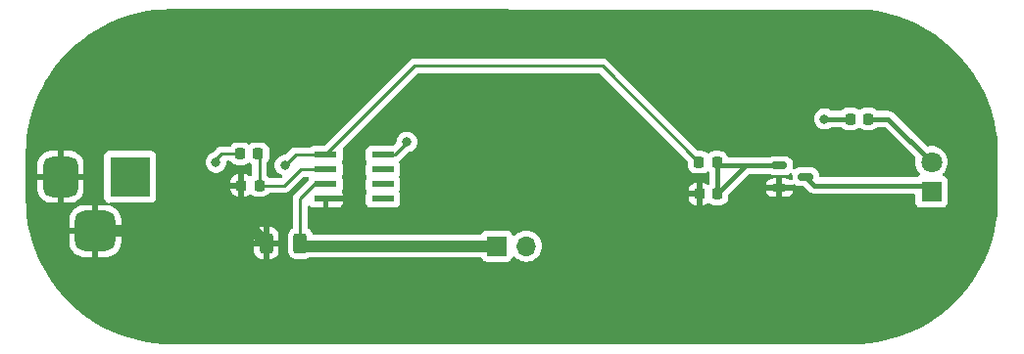
<source format=gbr>
%TF.GenerationSoftware,KiCad,Pcbnew,7.0.10*%
%TF.CreationDate,2024-11-23T21:13:02-08:00*%
%TF.ProjectId,charging-base rev1,63686172-6769-46e6-972d-626173652072,rev?*%
%TF.SameCoordinates,Original*%
%TF.FileFunction,Copper,L1,Top*%
%TF.FilePolarity,Positive*%
%FSLAX46Y46*%
G04 Gerber Fmt 4.6, Leading zero omitted, Abs format (unit mm)*
G04 Created by KiCad (PCBNEW 7.0.10) date 2024-11-23 21:13:02*
%MOMM*%
%LPD*%
G01*
G04 APERTURE LIST*
G04 Aperture macros list*
%AMRoundRect*
0 Rectangle with rounded corners*
0 $1 Rounding radius*
0 $2 $3 $4 $5 $6 $7 $8 $9 X,Y pos of 4 corners*
0 Add a 4 corners polygon primitive as box body*
4,1,4,$2,$3,$4,$5,$6,$7,$8,$9,$2,$3,0*
0 Add four circle primitives for the rounded corners*
1,1,$1+$1,$2,$3*
1,1,$1+$1,$4,$5*
1,1,$1+$1,$6,$7*
1,1,$1+$1,$8,$9*
0 Add four rect primitives between the rounded corners*
20,1,$1+$1,$2,$3,$4,$5,0*
20,1,$1+$1,$4,$5,$6,$7,0*
20,1,$1+$1,$6,$7,$8,$9,0*
20,1,$1+$1,$8,$9,$2,$3,0*%
G04 Aperture macros list end*
%TA.AperFunction,SMDPad,CuDef*%
%ADD10RoundRect,0.250000X-0.312500X-0.625000X0.312500X-0.625000X0.312500X0.625000X-0.312500X0.625000X0*%
%TD*%
%TA.AperFunction,SMDPad,CuDef*%
%ADD11RoundRect,0.225000X0.225000X0.250000X-0.225000X0.250000X-0.225000X-0.250000X0.225000X-0.250000X0*%
%TD*%
%TA.AperFunction,ComponentPad*%
%ADD12R,1.700000X1.700000*%
%TD*%
%TA.AperFunction,ComponentPad*%
%ADD13O,1.700000X1.700000*%
%TD*%
%TA.AperFunction,ComponentPad*%
%ADD14R,3.500000X3.500000*%
%TD*%
%TA.AperFunction,ComponentPad*%
%ADD15RoundRect,0.750000X-0.750000X-1.000000X0.750000X-1.000000X0.750000X1.000000X-0.750000X1.000000X0*%
%TD*%
%TA.AperFunction,ComponentPad*%
%ADD16RoundRect,0.875000X-0.875000X-0.875000X0.875000X-0.875000X0.875000X0.875000X-0.875000X0.875000X0*%
%TD*%
%TA.AperFunction,ComponentPad*%
%ADD17R,1.800000X1.800000*%
%TD*%
%TA.AperFunction,ComponentPad*%
%ADD18C,1.800000*%
%TD*%
%TA.AperFunction,SMDPad,CuDef*%
%ADD19RoundRect,0.225000X-0.225000X-0.250000X0.225000X-0.250000X0.225000X0.250000X-0.225000X0.250000X0*%
%TD*%
%TA.AperFunction,SMDPad,CuDef*%
%ADD20R,1.970000X0.570000*%
%TD*%
%TA.AperFunction,SMDPad,CuDef*%
%ADD21RoundRect,0.150000X-0.512500X-0.150000X0.512500X-0.150000X0.512500X0.150000X-0.512500X0.150000X0*%
%TD*%
%TA.AperFunction,ViaPad*%
%ADD22C,0.800000*%
%TD*%
%TA.AperFunction,Conductor*%
%ADD23C,0.381000*%
%TD*%
%TA.AperFunction,Conductor*%
%ADD24C,0.250000*%
%TD*%
%TA.AperFunction,Conductor*%
%ADD25C,1.016000*%
%TD*%
%TA.AperFunction,Conductor*%
%ADD26C,0.254000*%
%TD*%
G04 APERTURE END LIST*
D10*
%TO.P,R3,1*%
%TO.N,GND*%
X128787500Y-105750000D03*
%TO.P,R3,2*%
%TO.N,Net-(J2-Pin_1)*%
X131712500Y-105750000D03*
%TD*%
D11*
%TO.P,R4,1*%
%TO.N,Net-(Q1-G)*%
X167750000Y-101500000D03*
%TO.P,R4,2*%
%TO.N,GND*%
X166200000Y-101500000D03*
%TD*%
D12*
%TO.P,J2,1,Pin_1*%
%TO.N,Net-(J2-Pin_1)*%
X148710000Y-106000000D03*
D13*
%TO.P,J2,2,Pin_2*%
%TO.N,+VDC*%
X151250000Y-106000000D03*
%TD*%
D11*
%TO.P,R2,1*%
%TO.N,Net-(U1A--)*%
X128075000Y-98000000D03*
%TO.P,R2,2*%
%TO.N,/output-voltage*%
X126525000Y-98000000D03*
%TD*%
D14*
%TO.P,J1,1*%
%TO.N,+VDC*%
X117000000Y-100000000D03*
D15*
%TO.P,J1,2*%
%TO.N,GND*%
X111000000Y-100000000D03*
D16*
%TO.P,J1,3*%
X114000000Y-104700000D03*
%TD*%
D17*
%TO.P,D1,1,K*%
%TO.N,Net-(D1-K)*%
X186250000Y-101274999D03*
D18*
%TO.P,D1,2,A*%
%TO.N,Net-(D1-A)*%
X186250000Y-98734999D03*
%TD*%
D11*
%TO.P,R6,1*%
%TO.N,Net-(D1-A)*%
X180775000Y-95000000D03*
%TO.P,R6,2*%
%TO.N,+VDC*%
X179225000Y-95000000D03*
%TD*%
%TO.P,R1,1*%
%TO.N,Net-(U1A--)*%
X128167500Y-100750000D03*
%TO.P,R1,2*%
%TO.N,GND*%
X126617500Y-100750000D03*
%TD*%
D19*
%TO.P,R5,1*%
%TO.N,/output-voltage*%
X166175000Y-98750000D03*
%TO.P,R5,2*%
%TO.N,Net-(Q1-G)*%
X167725000Y-98750000D03*
%TD*%
D20*
%TO.P,U1,1*%
%TO.N,/output-voltage*%
X133917500Y-98095000D03*
%TO.P,U1,2,-*%
%TO.N,Net-(U1A--)*%
X133917500Y-99365000D03*
%TO.P,U1,3,+*%
%TO.N,Net-(J2-Pin_1)*%
X133917500Y-100635000D03*
%TO.P,U1,4,V-*%
%TO.N,GND*%
X133917500Y-101905000D03*
%TO.P,U1,5,+*%
%TO.N,unconnected-(U1B-+-Pad5)*%
X138867500Y-101905000D03*
%TO.P,U1,6,-*%
%TO.N,unconnected-(U1B---Pad6)*%
X138867500Y-100635000D03*
%TO.P,U1,7*%
%TO.N,unconnected-(U1-Pad7)*%
X138867500Y-99365000D03*
%TO.P,U1,8,V+*%
%TO.N,+VDC*%
X138867500Y-98095000D03*
%TD*%
D21*
%TO.P,Q1,1,D*%
%TO.N,Net-(D1-K)*%
X175387500Y-100000000D03*
%TO.P,Q1,2,G*%
%TO.N,Net-(Q1-G)*%
X173112500Y-99050000D03*
%TO.P,Q1,3,S*%
%TO.N,GND*%
X173112500Y-100950000D03*
%TD*%
D22*
%TO.N,+VDC*%
X140917500Y-97000000D03*
X177000000Y-95000000D03*
%TO.N,/output-voltage*%
X130400000Y-99000000D03*
X124417500Y-98750000D03*
%TD*%
D23*
%TO.N,Net-(D1-K)*%
X175387500Y-100000000D02*
X176137500Y-100750000D01*
X185725001Y-100750000D02*
X186250000Y-101274999D01*
X176137500Y-100750000D02*
X185725001Y-100750000D01*
%TO.N,Net-(D1-A)*%
X180775000Y-95000000D02*
X182515001Y-95000000D01*
X182515001Y-95000000D02*
X186250000Y-98734999D01*
%TO.N,+VDC*%
X179225000Y-95000000D02*
X177000000Y-95000000D01*
D24*
X140917500Y-97082500D02*
X139905000Y-98095000D01*
X139905000Y-98095000D02*
X138867500Y-98095000D01*
X140917500Y-97000000D02*
X140917500Y-97082500D01*
D25*
%TO.N,GND*%
X128787500Y-105750000D02*
X127737500Y-104700000D01*
X127737500Y-104700000D02*
X114000000Y-104700000D01*
%TO.N,Net-(J2-Pin_1)*%
X131962500Y-106000000D02*
X131712500Y-105750000D01*
X148710000Y-106000000D02*
X131962500Y-106000000D01*
D24*
X133917500Y-100635000D02*
X132965000Y-100635000D01*
X131712500Y-101887500D02*
X131712500Y-105750000D01*
X132965000Y-100635000D02*
X131712500Y-101887500D01*
D23*
%TO.N,Net-(Q1-G)*%
X167750000Y-98775000D02*
X167725000Y-98750000D01*
X170200000Y-99050000D02*
X167750000Y-101500000D01*
X173112500Y-99050000D02*
X170200000Y-99050000D01*
X167750000Y-101500000D02*
X167750000Y-98775000D01*
X168025000Y-99050000D02*
X173112500Y-99050000D01*
X167725000Y-98750000D02*
X168025000Y-99050000D01*
D26*
%TO.N,Net-(U1A--)*%
X130350000Y-100750000D02*
X128167500Y-100750000D01*
X131735000Y-99365000D02*
X130350000Y-100750000D01*
X133917500Y-99365000D02*
X131735000Y-99365000D01*
X128167500Y-98092500D02*
X128167500Y-100750000D01*
X128075000Y-98000000D02*
X128167500Y-98092500D01*
%TO.N,/output-voltage*%
X131305000Y-98095000D02*
X133917500Y-98095000D01*
X141600000Y-90400000D02*
X157825000Y-90400000D01*
X124417500Y-98500000D02*
X124917500Y-98000000D01*
X124917500Y-98000000D02*
X126525000Y-98000000D01*
X130400000Y-99000000D02*
X131305000Y-98095000D01*
X157825000Y-90400000D02*
X166175000Y-98750000D01*
X133917500Y-98095000D02*
X133917500Y-98082500D01*
X133917500Y-98082500D02*
X141600000Y-90400000D01*
%TD*%
%TA.AperFunction,Conductor*%
%TO.N,GND*%
G36*
X179424495Y-85508489D02*
G01*
X179424632Y-85508500D01*
X179433054Y-85508500D01*
X179497545Y-85508500D01*
X179498313Y-85508500D01*
X179501671Y-85508545D01*
X180172932Y-85526729D01*
X180179623Y-85527092D01*
X180847229Y-85581454D01*
X180853884Y-85582177D01*
X181517608Y-85672607D01*
X181524180Y-85673685D01*
X182181999Y-85799910D01*
X182188539Y-85801349D01*
X182838591Y-85963009D01*
X182845029Y-85964797D01*
X183485355Y-86161408D01*
X183491685Y-86163540D01*
X184120441Y-86394533D01*
X184126656Y-86397010D01*
X184741971Y-86661699D01*
X184748045Y-86664509D01*
X185133882Y-86855867D01*
X185348121Y-86962120D01*
X185354022Y-86965248D01*
X185937150Y-87294934D01*
X185942861Y-87298371D01*
X186507257Y-87659126D01*
X186512775Y-87662867D01*
X186842872Y-87899976D01*
X187056805Y-88053644D01*
X187062151Y-88057708D01*
X187584194Y-88477337D01*
X187589313Y-88481684D01*
X188087908Y-88928994D01*
X188092783Y-88933613D01*
X188566385Y-89407215D01*
X188571004Y-89412090D01*
X189018314Y-89910685D01*
X189022661Y-89915804D01*
X189442290Y-90437847D01*
X189446354Y-90443193D01*
X189683137Y-90772836D01*
X189837126Y-90987215D01*
X189840878Y-90992750D01*
X190135985Y-91454441D01*
X190201622Y-91557129D01*
X190205084Y-91562883D01*
X190534733Y-92145944D01*
X190537879Y-92151877D01*
X190835484Y-92751943D01*
X190838304Y-92758038D01*
X191102984Y-93373330D01*
X191105470Y-93379569D01*
X191336453Y-94008296D01*
X191338597Y-94014660D01*
X191535197Y-94654953D01*
X191536994Y-94661424D01*
X191698648Y-95311450D01*
X191700091Y-95318009D01*
X191826308Y-95975791D01*
X191827395Y-95982418D01*
X191917820Y-96646103D01*
X191918546Y-96652779D01*
X191972906Y-97320368D01*
X191973270Y-97327074D01*
X191991455Y-97998338D01*
X191991500Y-98001696D01*
X191991500Y-101998303D01*
X191991455Y-102001661D01*
X191973270Y-102672925D01*
X191972906Y-102679631D01*
X191918546Y-103347220D01*
X191917820Y-103353896D01*
X191827396Y-104017581D01*
X191826309Y-104024208D01*
X191700091Y-104681990D01*
X191698648Y-104688549D01*
X191536994Y-105338575D01*
X191535197Y-105345046D01*
X191338597Y-105985339D01*
X191336453Y-105991703D01*
X191105470Y-106620430D01*
X191102984Y-106626669D01*
X190838304Y-107241961D01*
X190835484Y-107248056D01*
X190537879Y-107848122D01*
X190534733Y-107854055D01*
X190205084Y-108437116D01*
X190201622Y-108442870D01*
X189840895Y-109007223D01*
X189837126Y-109012782D01*
X189446346Y-109556818D01*
X189442282Y-109562164D01*
X189022661Y-110084195D01*
X189018314Y-110089314D01*
X188571005Y-110587909D01*
X188566386Y-110592784D01*
X188092784Y-111066386D01*
X188087909Y-111071005D01*
X187589314Y-111518314D01*
X187584195Y-111522661D01*
X187062164Y-111942282D01*
X187056818Y-111946346D01*
X186512782Y-112337126D01*
X186507223Y-112340895D01*
X185942870Y-112701622D01*
X185937116Y-112705084D01*
X185354055Y-113034733D01*
X185348122Y-113037879D01*
X184748056Y-113335484D01*
X184741961Y-113338304D01*
X184126669Y-113602984D01*
X184120430Y-113605470D01*
X183491703Y-113836453D01*
X183485339Y-113838597D01*
X182845046Y-114035197D01*
X182838575Y-114036994D01*
X182188549Y-114198648D01*
X182181990Y-114200091D01*
X181524208Y-114326309D01*
X181517581Y-114327396D01*
X180853896Y-114417820D01*
X180847220Y-114418546D01*
X180179631Y-114472906D01*
X180172925Y-114473270D01*
X179501661Y-114491455D01*
X179498303Y-114491500D01*
X120501698Y-114491500D01*
X120498340Y-114491455D01*
X119827075Y-114473270D01*
X119820369Y-114472906D01*
X119152780Y-114418546D01*
X119146104Y-114417820D01*
X118482419Y-114327396D01*
X118475792Y-114326309D01*
X117818010Y-114200091D01*
X117811451Y-114198648D01*
X117161425Y-114036994D01*
X117154954Y-114035197D01*
X116514661Y-113838597D01*
X116508297Y-113836453D01*
X115879570Y-113605470D01*
X115873331Y-113602984D01*
X115258039Y-113338305D01*
X115251944Y-113335485D01*
X114651878Y-113037879D01*
X114645964Y-113034744D01*
X114062860Y-112705072D01*
X114057130Y-112701623D01*
X113492776Y-112340895D01*
X113492751Y-112340878D01*
X113487216Y-112337126D01*
X113273271Y-112183450D01*
X112943194Y-111946355D01*
X112937848Y-111942291D01*
X112415805Y-111522662D01*
X112410686Y-111518315D01*
X111912091Y-111071005D01*
X111907216Y-111066386D01*
X111433614Y-110592784D01*
X111428995Y-110587909D01*
X110981685Y-110089314D01*
X110977338Y-110084195D01*
X110557709Y-109562152D01*
X110553645Y-109556806D01*
X110399664Y-109342439D01*
X110162867Y-109012776D01*
X110159126Y-109007258D01*
X109798372Y-108442863D01*
X109794915Y-108437116D01*
X109465266Y-107854055D01*
X109462120Y-107848122D01*
X109217881Y-107355659D01*
X109164510Y-107248046D01*
X109161695Y-107241961D01*
X109146890Y-107207544D01*
X108897010Y-106626657D01*
X108894529Y-106620430D01*
X108860498Y-106527799D01*
X108663540Y-105991686D01*
X108661408Y-105985356D01*
X108464797Y-105345030D01*
X108463009Y-105338592D01*
X108301349Y-104688540D01*
X108299908Y-104681990D01*
X108296636Y-104664936D01*
X108255393Y-104450000D01*
X111750000Y-104450000D01*
X112566314Y-104450000D01*
X112540507Y-104490156D01*
X112500000Y-104628111D01*
X112500000Y-104771889D01*
X112540507Y-104909844D01*
X112566314Y-104950000D01*
X111750001Y-104950000D01*
X111750001Y-105668588D01*
X111752794Y-105721191D01*
X111797237Y-105950987D01*
X111879879Y-106169975D01*
X111998339Y-106371841D01*
X111998344Y-106371848D01*
X112149211Y-106550786D01*
X112149213Y-106550788D01*
X112328151Y-106701655D01*
X112328158Y-106701660D01*
X112530024Y-106820120D01*
X112749012Y-106902762D01*
X112978809Y-106947205D01*
X113031382Y-106949998D01*
X113031421Y-106949999D01*
X113749999Y-106949999D01*
X113750000Y-106949998D01*
X113750000Y-105200000D01*
X114250000Y-105200000D01*
X114250000Y-106949999D01*
X114968576Y-106949999D01*
X114968588Y-106949998D01*
X115021191Y-106947205D01*
X115250987Y-106902762D01*
X115469975Y-106820120D01*
X115671841Y-106701660D01*
X115671848Y-106701655D01*
X115850786Y-106550788D01*
X115850788Y-106550786D01*
X116001655Y-106371848D01*
X116001660Y-106371841D01*
X116120120Y-106169975D01*
X116184265Y-106000000D01*
X127725001Y-106000000D01*
X127725001Y-106424986D01*
X127735494Y-106527697D01*
X127790641Y-106694119D01*
X127790643Y-106694124D01*
X127882684Y-106843345D01*
X128006654Y-106967315D01*
X128155875Y-107059356D01*
X128155880Y-107059358D01*
X128322302Y-107114505D01*
X128322309Y-107114506D01*
X128425019Y-107124999D01*
X128537499Y-107124999D01*
X128537500Y-107124998D01*
X128537500Y-106000000D01*
X129037500Y-106000000D01*
X129037500Y-107124999D01*
X129149972Y-107124999D01*
X129149986Y-107124998D01*
X129252697Y-107114505D01*
X129419119Y-107059358D01*
X129419124Y-107059356D01*
X129568345Y-106967315D01*
X129692315Y-106843345D01*
X129784356Y-106694124D01*
X129784358Y-106694119D01*
X129839505Y-106527697D01*
X129839506Y-106527690D01*
X129849999Y-106424986D01*
X129850000Y-106424973D01*
X129850000Y-106000000D01*
X129037500Y-106000000D01*
X128537500Y-106000000D01*
X127725001Y-106000000D01*
X116184265Y-106000000D01*
X116202762Y-105950987D01*
X116247205Y-105721191D01*
X116247205Y-105721190D01*
X116249998Y-105668617D01*
X116250000Y-105668578D01*
X116250000Y-105500000D01*
X127725000Y-105500000D01*
X128537500Y-105500000D01*
X128537500Y-104375000D01*
X129037500Y-104375000D01*
X129037500Y-105500000D01*
X129849999Y-105500000D01*
X129849999Y-105075028D01*
X129849998Y-105075013D01*
X129839505Y-104972302D01*
X129784358Y-104805880D01*
X129784356Y-104805875D01*
X129692315Y-104656654D01*
X129568345Y-104532684D01*
X129419124Y-104440643D01*
X129419119Y-104440641D01*
X129252697Y-104385494D01*
X129252690Y-104385493D01*
X129149986Y-104375000D01*
X129037500Y-104375000D01*
X128537500Y-104375000D01*
X128425027Y-104375000D01*
X128425012Y-104375001D01*
X128322302Y-104385494D01*
X128155880Y-104440641D01*
X128155875Y-104440643D01*
X128006654Y-104532684D01*
X127882684Y-104656654D01*
X127790643Y-104805875D01*
X127790641Y-104805880D01*
X127735494Y-104972302D01*
X127735493Y-104972309D01*
X127725000Y-105075013D01*
X127725000Y-105500000D01*
X116250000Y-105500000D01*
X116250000Y-104950000D01*
X115433686Y-104950000D01*
X115459493Y-104909844D01*
X115500000Y-104771889D01*
X115500000Y-104628111D01*
X115459493Y-104490156D01*
X115433686Y-104450000D01*
X116249999Y-104450000D01*
X116249999Y-103731423D01*
X116249998Y-103731411D01*
X116247205Y-103678808D01*
X116202762Y-103449012D01*
X116120120Y-103230024D01*
X116001660Y-103028158D01*
X116001655Y-103028151D01*
X115850788Y-102849213D01*
X115850786Y-102849211D01*
X115671848Y-102698344D01*
X115671841Y-102698339D01*
X115469975Y-102579879D01*
X115250984Y-102497236D01*
X115245840Y-102496241D01*
X115183760Y-102464180D01*
X115148869Y-102403646D01*
X115152244Y-102333858D01*
X115192814Y-102276973D01*
X115257697Y-102251052D01*
X115269374Y-102250499D01*
X118797872Y-102250499D01*
X118857483Y-102244091D01*
X118992331Y-102193796D01*
X119107546Y-102107546D01*
X119193796Y-101992331D01*
X119244091Y-101857483D01*
X119250500Y-101797873D01*
X119250500Y-101000000D01*
X125667501Y-101000000D01*
X125667501Y-101048322D01*
X125677644Y-101147607D01*
X125730952Y-101308481D01*
X125730957Y-101308492D01*
X125819924Y-101452728D01*
X125819927Y-101452732D01*
X125939767Y-101572572D01*
X125939771Y-101572575D01*
X126084007Y-101661542D01*
X126084018Y-101661547D01*
X126244893Y-101714855D01*
X126344183Y-101724999D01*
X126367500Y-101724998D01*
X126367500Y-101000000D01*
X125667501Y-101000000D01*
X119250500Y-101000000D01*
X119250500Y-100500000D01*
X125667500Y-100500000D01*
X126367500Y-100500000D01*
X126367500Y-99774999D01*
X126344193Y-99775000D01*
X126344174Y-99775001D01*
X126244892Y-99785144D01*
X126084018Y-99838452D01*
X126084007Y-99838457D01*
X125939771Y-99927424D01*
X125939767Y-99927427D01*
X125819927Y-100047267D01*
X125819924Y-100047271D01*
X125730957Y-100191507D01*
X125730952Y-100191518D01*
X125677644Y-100352393D01*
X125667500Y-100451677D01*
X125667500Y-100500000D01*
X119250500Y-100500000D01*
X119250499Y-98750000D01*
X123512040Y-98750000D01*
X123531826Y-98938256D01*
X123531827Y-98938259D01*
X123590318Y-99118277D01*
X123590321Y-99118284D01*
X123684967Y-99282216D01*
X123794484Y-99403847D01*
X123811629Y-99422888D01*
X123964765Y-99534148D01*
X123964770Y-99534151D01*
X124137692Y-99611142D01*
X124137697Y-99611144D01*
X124322854Y-99650500D01*
X124322855Y-99650500D01*
X124512144Y-99650500D01*
X124512146Y-99650500D01*
X124697303Y-99611144D01*
X124870230Y-99534151D01*
X125023371Y-99422888D01*
X125150033Y-99282216D01*
X125244679Y-99118284D01*
X125303174Y-98938256D01*
X125322960Y-98750000D01*
X125322959Y-98749998D01*
X125323639Y-98743537D01*
X125325248Y-98743706D01*
X125342645Y-98684461D01*
X125395449Y-98638706D01*
X125446960Y-98627500D01*
X125611229Y-98627500D01*
X125678268Y-98647185D01*
X125716767Y-98686402D01*
X125727031Y-98703043D01*
X125846955Y-98822967D01*
X125846959Y-98822970D01*
X125991294Y-98911998D01*
X125991297Y-98911999D01*
X125991303Y-98912003D01*
X126152292Y-98965349D01*
X126251655Y-98975500D01*
X126798344Y-98975499D01*
X126798352Y-98975498D01*
X126798355Y-98975498D01*
X126852760Y-98969940D01*
X126897708Y-98965349D01*
X127058697Y-98912003D01*
X127203044Y-98822968D01*
X127212319Y-98813693D01*
X127273642Y-98780208D01*
X127343334Y-98785192D01*
X127387681Y-98813693D01*
X127396956Y-98822968D01*
X127481099Y-98874868D01*
X127527821Y-98926814D01*
X127540000Y-98980405D01*
X127540000Y-99827034D01*
X127520315Y-99894073D01*
X127492912Y-99924299D01*
X127489455Y-99927032D01*
X127479824Y-99936663D01*
X127418500Y-99970146D01*
X127348808Y-99965159D01*
X127304465Y-99936660D01*
X127295232Y-99927427D01*
X127295228Y-99927424D01*
X127150992Y-99838457D01*
X127150981Y-99838452D01*
X126990106Y-99785144D01*
X126890822Y-99775000D01*
X126867500Y-99775000D01*
X126867500Y-101724999D01*
X126890808Y-101724999D01*
X126890822Y-101724998D01*
X126990107Y-101714855D01*
X127150981Y-101661547D01*
X127150992Y-101661542D01*
X127295231Y-101572573D01*
X127304459Y-101563345D01*
X127365779Y-101529856D01*
X127435471Y-101534835D01*
X127479827Y-101563339D01*
X127489455Y-101572967D01*
X127489459Y-101572970D01*
X127633794Y-101661998D01*
X127633797Y-101661999D01*
X127633803Y-101662003D01*
X127794792Y-101715349D01*
X127894155Y-101725500D01*
X128440844Y-101725499D01*
X128440852Y-101725498D01*
X128440855Y-101725498D01*
X128495260Y-101719940D01*
X128540208Y-101715349D01*
X128701197Y-101662003D01*
X128845544Y-101572968D01*
X128965468Y-101453044D01*
X128975733Y-101436402D01*
X129027681Y-101389678D01*
X129081271Y-101377500D01*
X130267033Y-101377500D01*
X130282681Y-101379227D01*
X130282708Y-101378946D01*
X130290475Y-101379680D01*
X130290476Y-101379679D01*
X130290477Y-101379680D01*
X130354418Y-101377671D01*
X130357919Y-101377561D01*
X130361813Y-101377500D01*
X130389472Y-101377500D01*
X130389476Y-101377500D01*
X130393474Y-101376994D01*
X130405114Y-101376077D01*
X130448943Y-101374701D01*
X130468272Y-101369084D01*
X130487328Y-101365137D01*
X130507293Y-101362616D01*
X130548055Y-101346476D01*
X130559092Y-101342698D01*
X130601191Y-101330468D01*
X130618515Y-101320221D01*
X130635983Y-101311663D01*
X130654703Y-101304253D01*
X130690177Y-101278478D01*
X130699915Y-101272081D01*
X130737656Y-101249763D01*
X130751897Y-101235520D01*
X130766678Y-101222897D01*
X130782967Y-101211063D01*
X130810904Y-101177290D01*
X130818756Y-101168661D01*
X131958600Y-100028819D01*
X132019923Y-99995334D01*
X132046281Y-99992500D01*
X132353066Y-99992500D01*
X132420105Y-100012185D01*
X132465860Y-100064989D01*
X132475804Y-100134147D01*
X132469248Y-100159832D01*
X132438408Y-100242517D01*
X132436624Y-100250069D01*
X132434049Y-100249460D01*
X132412170Y-100302238D01*
X132403322Y-100312085D01*
X131328708Y-101386699D01*
X131316451Y-101396520D01*
X131316634Y-101396741D01*
X131310622Y-101401714D01*
X131264598Y-101450723D01*
X131261891Y-101453516D01*
X131242389Y-101473017D01*
X131242375Y-101473034D01*
X131239907Y-101476215D01*
X131232343Y-101485070D01*
X131202437Y-101516918D01*
X131202436Y-101516920D01*
X131192784Y-101534476D01*
X131182110Y-101550726D01*
X131169829Y-101566561D01*
X131169824Y-101566568D01*
X131152475Y-101606658D01*
X131147338Y-101617142D01*
X131146112Y-101619374D01*
X131126303Y-101655406D01*
X131121322Y-101674807D01*
X131115021Y-101693210D01*
X131107062Y-101711602D01*
X131107061Y-101711605D01*
X131100228Y-101754743D01*
X131097860Y-101766174D01*
X131087001Y-101808471D01*
X131087000Y-101808482D01*
X131087000Y-101828516D01*
X131085473Y-101847915D01*
X131082340Y-101867694D01*
X131082340Y-101867695D01*
X131086450Y-101911174D01*
X131087000Y-101922843D01*
X131087000Y-104367072D01*
X131067315Y-104434111D01*
X131028098Y-104472609D01*
X130968555Y-104509336D01*
X130931342Y-104532289D01*
X130807289Y-104656342D01*
X130715187Y-104805663D01*
X130715185Y-104805668D01*
X130708459Y-104825967D01*
X130660001Y-104972203D01*
X130660001Y-104972204D01*
X130660000Y-104972204D01*
X130649500Y-105074983D01*
X130649500Y-106425001D01*
X130649501Y-106425018D01*
X130660000Y-106527796D01*
X130660001Y-106527799D01*
X130715185Y-106694331D01*
X130715187Y-106694336D01*
X130750069Y-106750888D01*
X130807288Y-106843656D01*
X130931344Y-106967712D01*
X131080666Y-107059814D01*
X131247203Y-107114999D01*
X131349991Y-107125500D01*
X132075008Y-107125499D01*
X132075016Y-107125498D01*
X132075019Y-107125498D01*
X132131302Y-107119748D01*
X132177797Y-107114999D01*
X132344334Y-107059814D01*
X132378901Y-107038493D01*
X132397598Y-107026961D01*
X132462694Y-107008500D01*
X147298842Y-107008500D01*
X147365881Y-107028185D01*
X147411636Y-107080989D01*
X147415026Y-107089172D01*
X147416204Y-107092331D01*
X147416206Y-107092335D01*
X147502452Y-107207544D01*
X147502455Y-107207547D01*
X147617664Y-107293793D01*
X147617671Y-107293797D01*
X147752517Y-107344091D01*
X147752516Y-107344091D01*
X147759444Y-107344835D01*
X147812127Y-107350500D01*
X149607872Y-107350499D01*
X149667483Y-107344091D01*
X149802331Y-107293796D01*
X149917546Y-107207546D01*
X150003796Y-107092331D01*
X150052810Y-106960916D01*
X150094681Y-106904984D01*
X150160145Y-106880566D01*
X150228418Y-106895417D01*
X150256673Y-106916569D01*
X150378599Y-107038495D01*
X150475384Y-107106265D01*
X150572165Y-107174032D01*
X150572167Y-107174033D01*
X150572170Y-107174035D01*
X150786337Y-107273903D01*
X151014592Y-107335063D01*
X151191034Y-107350500D01*
X151249999Y-107355659D01*
X151250000Y-107355659D01*
X151250001Y-107355659D01*
X151308966Y-107350500D01*
X151485408Y-107335063D01*
X151713663Y-107273903D01*
X151927830Y-107174035D01*
X152121401Y-107038495D01*
X152288495Y-106871401D01*
X152424035Y-106677830D01*
X152523903Y-106463663D01*
X152585063Y-106235408D01*
X152605659Y-106000000D01*
X152585063Y-105764592D01*
X152523903Y-105536337D01*
X152424035Y-105322171D01*
X152338491Y-105200000D01*
X152288494Y-105128597D01*
X152121402Y-104961506D01*
X152121395Y-104961501D01*
X151927834Y-104825967D01*
X151927830Y-104825965D01*
X151927828Y-104825964D01*
X151713663Y-104726097D01*
X151713659Y-104726096D01*
X151713655Y-104726094D01*
X151485413Y-104664938D01*
X151485403Y-104664936D01*
X151250001Y-104644341D01*
X151249999Y-104644341D01*
X151014596Y-104664936D01*
X151014586Y-104664938D01*
X150786344Y-104726094D01*
X150786335Y-104726098D01*
X150572171Y-104825964D01*
X150572169Y-104825965D01*
X150378600Y-104961503D01*
X150256673Y-105083430D01*
X150195350Y-105116914D01*
X150125658Y-105111930D01*
X150069725Y-105070058D01*
X150052810Y-105039081D01*
X150003797Y-104907671D01*
X150003793Y-104907664D01*
X149917547Y-104792455D01*
X149917544Y-104792452D01*
X149802335Y-104706206D01*
X149802328Y-104706202D01*
X149667482Y-104655908D01*
X149667483Y-104655908D01*
X149607883Y-104649501D01*
X149607881Y-104649500D01*
X149607873Y-104649500D01*
X149607864Y-104649500D01*
X147812129Y-104649500D01*
X147812123Y-104649501D01*
X147752516Y-104655908D01*
X147617671Y-104706202D01*
X147617664Y-104706206D01*
X147502455Y-104792452D01*
X147502452Y-104792455D01*
X147416206Y-104907664D01*
X147416204Y-104907668D01*
X147415026Y-104910828D01*
X147413003Y-104913529D01*
X147411953Y-104915454D01*
X147411676Y-104915302D01*
X147373157Y-104966764D01*
X147307694Y-104991184D01*
X147298842Y-104991500D01*
X132860934Y-104991500D01*
X132793895Y-104971815D01*
X132748140Y-104919011D01*
X132743228Y-104906504D01*
X132709814Y-104805666D01*
X132617712Y-104656344D01*
X132493656Y-104532288D01*
X132396902Y-104472610D01*
X132350179Y-104420663D01*
X132338000Y-104367072D01*
X132338000Y-102602738D01*
X132357685Y-102535699D01*
X132410489Y-102489944D01*
X132479647Y-102480000D01*
X132543203Y-102509025D01*
X132561268Y-102528428D01*
X132575314Y-102547191D01*
X132690406Y-102633350D01*
X132690413Y-102633354D01*
X132825120Y-102683596D01*
X132825127Y-102683598D01*
X132884655Y-102689999D01*
X132884672Y-102690000D01*
X133667500Y-102690000D01*
X133667500Y-102155000D01*
X134167500Y-102155000D01*
X134167500Y-102690000D01*
X134950328Y-102690000D01*
X134950344Y-102689999D01*
X135009872Y-102683598D01*
X135009879Y-102683596D01*
X135144586Y-102633354D01*
X135144593Y-102633350D01*
X135259687Y-102547190D01*
X135259690Y-102547187D01*
X135345850Y-102432093D01*
X135345854Y-102432086D01*
X135396096Y-102297379D01*
X135396098Y-102297372D01*
X135402496Y-102237870D01*
X137382000Y-102237870D01*
X137382001Y-102237876D01*
X137388408Y-102297483D01*
X137438702Y-102432328D01*
X137438706Y-102432335D01*
X137524952Y-102547544D01*
X137524955Y-102547547D01*
X137640164Y-102633793D01*
X137640171Y-102633797D01*
X137775017Y-102684091D01*
X137775016Y-102684091D01*
X137781944Y-102684835D01*
X137834627Y-102690500D01*
X139900372Y-102690499D01*
X139959983Y-102684091D01*
X140094831Y-102633796D01*
X140210046Y-102547546D01*
X140296296Y-102432331D01*
X140346591Y-102297483D01*
X140353000Y-102237873D01*
X140352999Y-101750000D01*
X165250001Y-101750000D01*
X165250001Y-101798322D01*
X165260144Y-101897607D01*
X165313452Y-102058481D01*
X165313457Y-102058492D01*
X165402424Y-102202728D01*
X165402427Y-102202732D01*
X165522267Y-102322572D01*
X165522271Y-102322575D01*
X165666507Y-102411542D01*
X165666518Y-102411547D01*
X165827393Y-102464855D01*
X165926683Y-102474999D01*
X165950000Y-102474998D01*
X165950000Y-101750000D01*
X165250001Y-101750000D01*
X140352999Y-101750000D01*
X140352999Y-101572128D01*
X140347064Y-101516918D01*
X140346591Y-101512516D01*
X140296297Y-101377670D01*
X140286914Y-101365137D01*
X140271323Y-101344310D01*
X140246906Y-101278849D01*
X140253181Y-101250000D01*
X165250000Y-101250000D01*
X165950000Y-101250000D01*
X165950000Y-100524999D01*
X165926693Y-100525000D01*
X165926674Y-100525001D01*
X165827392Y-100535144D01*
X165666518Y-100588452D01*
X165666507Y-100588457D01*
X165522271Y-100677424D01*
X165522267Y-100677427D01*
X165402427Y-100797267D01*
X165402424Y-100797271D01*
X165313457Y-100941507D01*
X165313452Y-100941518D01*
X165260144Y-101102393D01*
X165250000Y-101201677D01*
X165250000Y-101250000D01*
X140253181Y-101250000D01*
X140261757Y-101210575D01*
X140271323Y-101195690D01*
X140296296Y-101162331D01*
X140303762Y-101142315D01*
X140318689Y-101102292D01*
X140346591Y-101027483D01*
X140353000Y-100967873D01*
X140352999Y-100302128D01*
X140346591Y-100242517D01*
X140330255Y-100198717D01*
X140296297Y-100107670D01*
X140280209Y-100086180D01*
X140271323Y-100074310D01*
X140246906Y-100008849D01*
X140261757Y-99940575D01*
X140271323Y-99925690D01*
X140296296Y-99892331D01*
X140300557Y-99880908D01*
X140312981Y-99847597D01*
X140346591Y-99757483D01*
X140353000Y-99697873D01*
X140352999Y-99032128D01*
X140346912Y-98975499D01*
X140346591Y-98972516D01*
X140296297Y-98837670D01*
X140276885Y-98811740D01*
X140271323Y-98804310D01*
X140246906Y-98738849D01*
X140261757Y-98670575D01*
X140271322Y-98655690D01*
X140296296Y-98622331D01*
X140303316Y-98603507D01*
X140331764Y-98560732D01*
X140331613Y-98560607D01*
X140332810Y-98559159D01*
X140334617Y-98556443D01*
X140336576Y-98554601D01*
X140336587Y-98554594D01*
X140364427Y-98520939D01*
X140372279Y-98512309D01*
X140950546Y-97934043D01*
X141011868Y-97900560D01*
X141012327Y-97900461D01*
X141197303Y-97861144D01*
X141370230Y-97784151D01*
X141523371Y-97672888D01*
X141650033Y-97532216D01*
X141744679Y-97368284D01*
X141803174Y-97188256D01*
X141822960Y-97000000D01*
X141803174Y-96811744D01*
X141744679Y-96631716D01*
X141650033Y-96467784D01*
X141523371Y-96327112D01*
X141523370Y-96327111D01*
X141370234Y-96215851D01*
X141370229Y-96215848D01*
X141197307Y-96138857D01*
X141197302Y-96138855D01*
X141051501Y-96107865D01*
X141012146Y-96099500D01*
X140822854Y-96099500D01*
X140790397Y-96106398D01*
X140637697Y-96138855D01*
X140637692Y-96138857D01*
X140464770Y-96215848D01*
X140464765Y-96215851D01*
X140311629Y-96327111D01*
X140184966Y-96467785D01*
X140090321Y-96631715D01*
X140090318Y-96631722D01*
X140031827Y-96811740D01*
X140031826Y-96811744D01*
X140019170Y-96932160D01*
X140012040Y-97000001D01*
X140015688Y-97034720D01*
X140003117Y-97103450D01*
X139980048Y-97135359D01*
X139842226Y-97273181D01*
X139780903Y-97306666D01*
X139754545Y-97309500D01*
X137834629Y-97309500D01*
X137834623Y-97309501D01*
X137775016Y-97315908D01*
X137640171Y-97366202D01*
X137640164Y-97366206D01*
X137524955Y-97452452D01*
X137524952Y-97452455D01*
X137438706Y-97567664D01*
X137438702Y-97567671D01*
X137388410Y-97702513D01*
X137388409Y-97702517D01*
X137382000Y-97762127D01*
X137382000Y-97762134D01*
X137382000Y-97762135D01*
X137382000Y-98427870D01*
X137382001Y-98427876D01*
X137388408Y-98487483D01*
X137438702Y-98622328D01*
X137438703Y-98622330D01*
X137463676Y-98655690D01*
X137488092Y-98721155D01*
X137473240Y-98789428D01*
X137463676Y-98804310D01*
X137438703Y-98837669D01*
X137438702Y-98837671D01*
X137391082Y-98965349D01*
X137388409Y-98972517D01*
X137382000Y-99032127D01*
X137382000Y-99032134D01*
X137382000Y-99032135D01*
X137382000Y-99697870D01*
X137382001Y-99697876D01*
X137388408Y-99757483D01*
X137438702Y-99892328D01*
X137438703Y-99892330D01*
X137463676Y-99925690D01*
X137488092Y-99991155D01*
X137473240Y-100059428D01*
X137463676Y-100074310D01*
X137438703Y-100107669D01*
X137438702Y-100107671D01*
X137404745Y-100198717D01*
X137388409Y-100242517D01*
X137382000Y-100302127D01*
X137382000Y-100302134D01*
X137382000Y-100302135D01*
X137382000Y-100967870D01*
X137382001Y-100967876D01*
X137388408Y-101027483D01*
X137438702Y-101162328D01*
X137438703Y-101162330D01*
X137463676Y-101195690D01*
X137488092Y-101261155D01*
X137473240Y-101329428D01*
X137463676Y-101344310D01*
X137438703Y-101377669D01*
X137438702Y-101377671D01*
X137392495Y-101501561D01*
X137388409Y-101512517D01*
X137382000Y-101572127D01*
X137382000Y-101572134D01*
X137382000Y-101572135D01*
X137382000Y-102237870D01*
X135402496Y-102237870D01*
X135402499Y-102237844D01*
X135402500Y-102237827D01*
X135402500Y-102155000D01*
X134167500Y-102155000D01*
X133667500Y-102155000D01*
X133667500Y-101779000D01*
X133687185Y-101711961D01*
X133739989Y-101666206D01*
X133791500Y-101655000D01*
X135402500Y-101655000D01*
X135402500Y-101572172D01*
X135402499Y-101572155D01*
X135396098Y-101512627D01*
X135396096Y-101512620D01*
X135345854Y-101377913D01*
X135345852Y-101377910D01*
X135321012Y-101344728D01*
X135296594Y-101279264D01*
X135311445Y-101210990D01*
X135321005Y-101196114D01*
X135346296Y-101162331D01*
X135353762Y-101142315D01*
X135368689Y-101102292D01*
X135396591Y-101027483D01*
X135403000Y-100967873D01*
X135402999Y-100302128D01*
X135396591Y-100242517D01*
X135380255Y-100198717D01*
X135346297Y-100107670D01*
X135330209Y-100086180D01*
X135321323Y-100074310D01*
X135296906Y-100008849D01*
X135311757Y-99940575D01*
X135321323Y-99925690D01*
X135346296Y-99892331D01*
X135350557Y-99880908D01*
X135362981Y-99847597D01*
X135396591Y-99757483D01*
X135403000Y-99697873D01*
X135402999Y-99032128D01*
X135396912Y-98975499D01*
X135396591Y-98972516D01*
X135346297Y-98837670D01*
X135326885Y-98811740D01*
X135321323Y-98804310D01*
X135296906Y-98738849D01*
X135311757Y-98670575D01*
X135321323Y-98655690D01*
X135346296Y-98622331D01*
X135396591Y-98487483D01*
X135403000Y-98427873D01*
X135402999Y-97762128D01*
X135396591Y-97702517D01*
X135366931Y-97622996D01*
X135361948Y-97553307D01*
X135395431Y-97491986D01*
X141823600Y-91063819D01*
X141884923Y-91030334D01*
X141911281Y-91027500D01*
X157513719Y-91027500D01*
X157580758Y-91047185D01*
X157601400Y-91063819D01*
X165188181Y-98650600D01*
X165221666Y-98711923D01*
X165224500Y-98738281D01*
X165224500Y-99048336D01*
X165224501Y-99048355D01*
X165234650Y-99147707D01*
X165234651Y-99147710D01*
X165287996Y-99308694D01*
X165288001Y-99308705D01*
X165377029Y-99453040D01*
X165377032Y-99453044D01*
X165496955Y-99572967D01*
X165496959Y-99572970D01*
X165641294Y-99661998D01*
X165641297Y-99661999D01*
X165641303Y-99662003D01*
X165802292Y-99715349D01*
X165901655Y-99725500D01*
X166448344Y-99725499D01*
X166448352Y-99725498D01*
X166448355Y-99725498D01*
X166520963Y-99718081D01*
X166547708Y-99715349D01*
X166708697Y-99662003D01*
X166853044Y-99572968D01*
X166853051Y-99572960D01*
X166858085Y-99568981D01*
X166922879Y-99542838D01*
X166991522Y-99555875D01*
X167042219Y-99603954D01*
X167059000Y-99666244D01*
X167059000Y-100567059D01*
X167039315Y-100634098D01*
X166986511Y-100679853D01*
X166917353Y-100689797D01*
X166869903Y-100672597D01*
X166733492Y-100588457D01*
X166733481Y-100588452D01*
X166572606Y-100535144D01*
X166473322Y-100525000D01*
X166450000Y-100525000D01*
X166450000Y-102474999D01*
X166473308Y-102474999D01*
X166473322Y-102474998D01*
X166572607Y-102464855D01*
X166733481Y-102411547D01*
X166733492Y-102411542D01*
X166877731Y-102322573D01*
X166886959Y-102313345D01*
X166948279Y-102279856D01*
X167017971Y-102284835D01*
X167062327Y-102313339D01*
X167071955Y-102322967D01*
X167071959Y-102322970D01*
X167216294Y-102411998D01*
X167216297Y-102411999D01*
X167216303Y-102412003D01*
X167377292Y-102465349D01*
X167476655Y-102475500D01*
X168023344Y-102475499D01*
X168023352Y-102475498D01*
X168023355Y-102475498D01*
X168077760Y-102469940D01*
X168122708Y-102465349D01*
X168283697Y-102412003D01*
X168428044Y-102322968D01*
X168547968Y-102203044D01*
X168637003Y-102058697D01*
X168690349Y-101897708D01*
X168700500Y-101798345D01*
X168700499Y-101578083D01*
X168720183Y-101511044D01*
X168736813Y-101490407D01*
X169027219Y-101200001D01*
X171952704Y-101200001D01*
X171952899Y-101202486D01*
X171998718Y-101360198D01*
X172082314Y-101501552D01*
X172082321Y-101501561D01*
X172198438Y-101617678D01*
X172198447Y-101617685D01*
X172339803Y-101701282D01*
X172339806Y-101701283D01*
X172497504Y-101747099D01*
X172497510Y-101747100D01*
X172534350Y-101749999D01*
X172534366Y-101750000D01*
X172862500Y-101750000D01*
X172862500Y-101200000D01*
X173362500Y-101200000D01*
X173362500Y-101750000D01*
X173690634Y-101750000D01*
X173690649Y-101749999D01*
X173727489Y-101747100D01*
X173727495Y-101747099D01*
X173885193Y-101701283D01*
X173885196Y-101701282D01*
X174026552Y-101617685D01*
X174026561Y-101617678D01*
X174142678Y-101501561D01*
X174142685Y-101501552D01*
X174226281Y-101360198D01*
X174272100Y-101202486D01*
X174272295Y-101200001D01*
X174272295Y-101200000D01*
X173362500Y-101200000D01*
X172862500Y-101200000D01*
X171952705Y-101200000D01*
X171952704Y-101200001D01*
X169027219Y-101200001D01*
X169527223Y-100699998D01*
X171952704Y-100699998D01*
X171952705Y-100700000D01*
X172862500Y-100700000D01*
X172862500Y-100150000D01*
X172534350Y-100150000D01*
X172497510Y-100152899D01*
X172497504Y-100152900D01*
X172339806Y-100198716D01*
X172339803Y-100198717D01*
X172198447Y-100282314D01*
X172198438Y-100282321D01*
X172082321Y-100398438D01*
X172082314Y-100398447D01*
X171998718Y-100539801D01*
X171952899Y-100697513D01*
X171952704Y-100699998D01*
X169527223Y-100699998D01*
X170449903Y-99777319D01*
X170511226Y-99743834D01*
X170537584Y-99741000D01*
X172202967Y-99741000D01*
X172266087Y-99758267D01*
X172339602Y-99801744D01*
X172381224Y-99813836D01*
X172497426Y-99847597D01*
X172497429Y-99847597D01*
X172497431Y-99847598D01*
X172534306Y-99850500D01*
X172534314Y-99850500D01*
X173690686Y-99850500D01*
X173690694Y-99850500D01*
X173727569Y-99847598D01*
X173727571Y-99847597D01*
X173727573Y-99847597D01*
X173829806Y-99817895D01*
X173885398Y-99801744D01*
X174014322Y-99725499D01*
X174033580Y-99714110D01*
X174034655Y-99715928D01*
X174089532Y-99694381D01*
X174158050Y-99708059D01*
X174208296Y-99756609D01*
X174224500Y-99817895D01*
X174224500Y-100182742D01*
X174204815Y-100249781D01*
X174152011Y-100295536D01*
X174082853Y-100305480D01*
X174034142Y-100284814D01*
X174033271Y-100286288D01*
X173885196Y-100198717D01*
X173885193Y-100198716D01*
X173727495Y-100152900D01*
X173727489Y-100152899D01*
X173690649Y-100150000D01*
X173362500Y-100150000D01*
X173362500Y-100700000D01*
X174272294Y-100700000D01*
X174296557Y-100673752D01*
X174356518Y-100637885D01*
X174426352Y-100640129D01*
X174466012Y-100664530D01*
X174466969Y-100663298D01*
X174473132Y-100668078D01*
X174473135Y-100668081D01*
X174614602Y-100751744D01*
X174656224Y-100763836D01*
X174772426Y-100797597D01*
X174772429Y-100797597D01*
X174772431Y-100797598D01*
X174809306Y-100800500D01*
X175159416Y-100800500D01*
X175226455Y-100820185D01*
X175247097Y-100836819D01*
X175631479Y-101221201D01*
X175636599Y-101226639D01*
X175675013Y-101270000D01*
X175675917Y-101271020D01*
X175724714Y-101304703D01*
X175730733Y-101309132D01*
X175777394Y-101345688D01*
X175786365Y-101349725D01*
X175805920Y-101360754D01*
X175814018Y-101366344D01*
X175869442Y-101387363D01*
X175876340Y-101390220D01*
X175930415Y-101414557D01*
X175940096Y-101416331D01*
X175961718Y-101422359D01*
X175970918Y-101425848D01*
X176029768Y-101432993D01*
X176037136Y-101434114D01*
X176095472Y-101444805D01*
X176154639Y-101441226D01*
X176162126Y-101441000D01*
X184725501Y-101441000D01*
X184792540Y-101460685D01*
X184838295Y-101513489D01*
X184849501Y-101565000D01*
X184849501Y-102222875D01*
X184855908Y-102282482D01*
X184906202Y-102417327D01*
X184906206Y-102417334D01*
X184992452Y-102532543D01*
X184992455Y-102532546D01*
X185107664Y-102618792D01*
X185107671Y-102618796D01*
X185242517Y-102669090D01*
X185242516Y-102669090D01*
X185249444Y-102669834D01*
X185302127Y-102675499D01*
X187197872Y-102675498D01*
X187257483Y-102669090D01*
X187392331Y-102618795D01*
X187507546Y-102532545D01*
X187593796Y-102417330D01*
X187644091Y-102282482D01*
X187650500Y-102222872D01*
X187650499Y-100327127D01*
X187644091Y-100267516D01*
X187637476Y-100249781D01*
X187593797Y-100132670D01*
X187593793Y-100132663D01*
X187507547Y-100017454D01*
X187507544Y-100017451D01*
X187392335Y-99931205D01*
X187392328Y-99931201D01*
X187312094Y-99901276D01*
X187256160Y-99859405D01*
X187231743Y-99793940D01*
X187246595Y-99725667D01*
X187264190Y-99701120D01*
X187358979Y-99598152D01*
X187485924Y-99403848D01*
X187579157Y-99191299D01*
X187636134Y-98966304D01*
X187636213Y-98965349D01*
X187655300Y-98735005D01*
X187655300Y-98734992D01*
X187636135Y-98503701D01*
X187636133Y-98503690D01*
X187579157Y-98278698D01*
X187485924Y-98066150D01*
X187358983Y-97871851D01*
X187358980Y-97871848D01*
X187358979Y-97871846D01*
X187201784Y-97701086D01*
X187201779Y-97701082D01*
X187201777Y-97701080D01*
X187018634Y-97558534D01*
X187018628Y-97558530D01*
X186814504Y-97448063D01*
X186814495Y-97448060D01*
X186594984Y-97372701D01*
X186423282Y-97344049D01*
X186366049Y-97334499D01*
X186133951Y-97334499D01*
X186034962Y-97351017D01*
X185933615Y-97367929D01*
X185864249Y-97359547D01*
X185825524Y-97333301D01*
X183021028Y-94528805D01*
X183015894Y-94523351D01*
X182976584Y-94478980D01*
X182927793Y-94445302D01*
X182921761Y-94440863D01*
X182875109Y-94404314D01*
X182875100Y-94404308D01*
X182866135Y-94400274D01*
X182846587Y-94389250D01*
X182838483Y-94383656D01*
X182838479Y-94383653D01*
X182783062Y-94362636D01*
X182776145Y-94359772D01*
X182722082Y-94335441D01*
X182722083Y-94335441D01*
X182712396Y-94333666D01*
X182690793Y-94327644D01*
X182681583Y-94324152D01*
X182622736Y-94317006D01*
X182615334Y-94315879D01*
X182557031Y-94305195D01*
X182557026Y-94305195D01*
X182497862Y-94308774D01*
X182490375Y-94309000D01*
X181636375Y-94309000D01*
X181569336Y-94289315D01*
X181548694Y-94272682D01*
X181453044Y-94177032D01*
X181453041Y-94177030D01*
X181453040Y-94177029D01*
X181308705Y-94088001D01*
X181308699Y-94087998D01*
X181308697Y-94087997D01*
X181308694Y-94087996D01*
X181147709Y-94034651D01*
X181048346Y-94024500D01*
X180501662Y-94024500D01*
X180501644Y-94024501D01*
X180402292Y-94034650D01*
X180402289Y-94034651D01*
X180241305Y-94087996D01*
X180241294Y-94088001D01*
X180096959Y-94177029D01*
X180096955Y-94177032D01*
X180087681Y-94186307D01*
X180026358Y-94219792D01*
X179956666Y-94214808D01*
X179912319Y-94186307D01*
X179903044Y-94177032D01*
X179903040Y-94177029D01*
X179758705Y-94088001D01*
X179758699Y-94087998D01*
X179758697Y-94087997D01*
X179758694Y-94087996D01*
X179597709Y-94034651D01*
X179498346Y-94024500D01*
X178951662Y-94024500D01*
X178951644Y-94024501D01*
X178852292Y-94034650D01*
X178852289Y-94034651D01*
X178691305Y-94087996D01*
X178691294Y-94088001D01*
X178546959Y-94177029D01*
X178451306Y-94272682D01*
X178389982Y-94306166D01*
X178363625Y-94309000D01*
X177621232Y-94309000D01*
X177554193Y-94289315D01*
X177548347Y-94285318D01*
X177452734Y-94215851D01*
X177452729Y-94215848D01*
X177279807Y-94138857D01*
X177279802Y-94138855D01*
X177134001Y-94107865D01*
X177094646Y-94099500D01*
X176905354Y-94099500D01*
X176872897Y-94106398D01*
X176720197Y-94138855D01*
X176720192Y-94138857D01*
X176547270Y-94215848D01*
X176547265Y-94215851D01*
X176394129Y-94327111D01*
X176267466Y-94467785D01*
X176172821Y-94631715D01*
X176172818Y-94631722D01*
X176114327Y-94811740D01*
X176114326Y-94811744D01*
X176094540Y-95000000D01*
X176114326Y-95188256D01*
X176114327Y-95188259D01*
X176172818Y-95368277D01*
X176172821Y-95368284D01*
X176267467Y-95532216D01*
X176394129Y-95672888D01*
X176547265Y-95784148D01*
X176547270Y-95784151D01*
X176720192Y-95861142D01*
X176720197Y-95861144D01*
X176905354Y-95900500D01*
X176905355Y-95900500D01*
X177094644Y-95900500D01*
X177094646Y-95900500D01*
X177279803Y-95861144D01*
X177452730Y-95784151D01*
X177530953Y-95727319D01*
X177548347Y-95714682D01*
X177614153Y-95691202D01*
X177621232Y-95691000D01*
X178363625Y-95691000D01*
X178430664Y-95710685D01*
X178451306Y-95727318D01*
X178546956Y-95822968D01*
X178546958Y-95822969D01*
X178546959Y-95822970D01*
X178691294Y-95911998D01*
X178691297Y-95911999D01*
X178691303Y-95912003D01*
X178852292Y-95965349D01*
X178951655Y-95975500D01*
X179498344Y-95975499D01*
X179498352Y-95975498D01*
X179498355Y-95975498D01*
X179552760Y-95969940D01*
X179597708Y-95965349D01*
X179758697Y-95912003D01*
X179903044Y-95822968D01*
X179912319Y-95813693D01*
X179973642Y-95780208D01*
X180043334Y-95785192D01*
X180087681Y-95813693D01*
X180096955Y-95822967D01*
X180096959Y-95822970D01*
X180241294Y-95911998D01*
X180241297Y-95911999D01*
X180241303Y-95912003D01*
X180402292Y-95965349D01*
X180501655Y-95975500D01*
X181048344Y-95975499D01*
X181048352Y-95975498D01*
X181048355Y-95975498D01*
X181102760Y-95969940D01*
X181147708Y-95965349D01*
X181308697Y-95912003D01*
X181453044Y-95822968D01*
X181548694Y-95727318D01*
X181610018Y-95693834D01*
X181636375Y-95691000D01*
X182177417Y-95691000D01*
X182244456Y-95710685D01*
X182265098Y-95727319D01*
X184849933Y-98312154D01*
X184883418Y-98373477D01*
X184882458Y-98430275D01*
X184863865Y-98503697D01*
X184844700Y-98734992D01*
X184844700Y-98735005D01*
X184863864Y-98966296D01*
X184863866Y-98966307D01*
X184920842Y-99191299D01*
X185014075Y-99403847D01*
X185141016Y-99598146D01*
X185141019Y-99598150D01*
X185141021Y-99598152D01*
X185235803Y-99701113D01*
X185266724Y-99763766D01*
X185258864Y-99833192D01*
X185214716Y-99887347D01*
X185187906Y-99901276D01*
X185107669Y-99931202D01*
X185107664Y-99931205D01*
X184992455Y-100017451D01*
X184987226Y-100022681D01*
X184925903Y-100056166D01*
X184899545Y-100059000D01*
X176674500Y-100059000D01*
X176607461Y-100039315D01*
X176561706Y-99986511D01*
X176550500Y-99935000D01*
X176550500Y-99784313D01*
X176550499Y-99784298D01*
X176550487Y-99784151D01*
X176547598Y-99747431D01*
X176541226Y-99725500D01*
X176501745Y-99589606D01*
X176501744Y-99589603D01*
X176501744Y-99589602D01*
X176418081Y-99448135D01*
X176418079Y-99448133D01*
X176418076Y-99448129D01*
X176301870Y-99331923D01*
X176301862Y-99331917D01*
X176160396Y-99248255D01*
X176160393Y-99248254D01*
X176002573Y-99202402D01*
X176002567Y-99202401D01*
X175965701Y-99199500D01*
X175965694Y-99199500D01*
X174809306Y-99199500D01*
X174809298Y-99199500D01*
X174772432Y-99202401D01*
X174772426Y-99202402D01*
X174614606Y-99248254D01*
X174614603Y-99248255D01*
X174466420Y-99335890D01*
X174465345Y-99334073D01*
X174410448Y-99355620D01*
X174341932Y-99341931D01*
X174291694Y-99293373D01*
X174275500Y-99232104D01*
X174275500Y-98834313D01*
X174275499Y-98834298D01*
X174274607Y-98822968D01*
X174272598Y-98797431D01*
X174269042Y-98785192D01*
X174226745Y-98639606D01*
X174226744Y-98639603D01*
X174226744Y-98639602D01*
X174143081Y-98498135D01*
X174143079Y-98498133D01*
X174143076Y-98498129D01*
X174026870Y-98381923D01*
X174026862Y-98381917D01*
X173885396Y-98298255D01*
X173885393Y-98298254D01*
X173727573Y-98252402D01*
X173727567Y-98252401D01*
X173690701Y-98249500D01*
X173690694Y-98249500D01*
X172534306Y-98249500D01*
X172534298Y-98249500D01*
X172497432Y-98252401D01*
X172497426Y-98252402D01*
X172339606Y-98298254D01*
X172339603Y-98298255D01*
X172266088Y-98341732D01*
X172202967Y-98359000D01*
X170224626Y-98359000D01*
X170217139Y-98358774D01*
X170157973Y-98355195D01*
X170157971Y-98355195D01*
X170148292Y-98356969D01*
X170125940Y-98359000D01*
X168757113Y-98359000D01*
X168690074Y-98339315D01*
X168644319Y-98286511D01*
X168639407Y-98274004D01*
X168632249Y-98252402D01*
X168612003Y-98191303D01*
X168611999Y-98191297D01*
X168611998Y-98191294D01*
X168522970Y-98046959D01*
X168522967Y-98046955D01*
X168403044Y-97927032D01*
X168403040Y-97927029D01*
X168258705Y-97838001D01*
X168258699Y-97837998D01*
X168258697Y-97837997D01*
X168190434Y-97815377D01*
X168097709Y-97784651D01*
X167998346Y-97774500D01*
X167451662Y-97774500D01*
X167451644Y-97774501D01*
X167352292Y-97784650D01*
X167352289Y-97784651D01*
X167191305Y-97837996D01*
X167191294Y-97838001D01*
X167046959Y-97927029D01*
X167046955Y-97927032D01*
X167037681Y-97936307D01*
X166976358Y-97969792D01*
X166906666Y-97964808D01*
X166862319Y-97936307D01*
X166853044Y-97927032D01*
X166853040Y-97927029D01*
X166708705Y-97838001D01*
X166708699Y-97837998D01*
X166708697Y-97837997D01*
X166640434Y-97815377D01*
X166547709Y-97784651D01*
X166448352Y-97774500D01*
X166448345Y-97774500D01*
X166138281Y-97774500D01*
X166071242Y-97754815D01*
X166050600Y-97738181D01*
X158327376Y-90014957D01*
X158317531Y-90002668D01*
X158317313Y-90002849D01*
X158312340Y-89996838D01*
X158263153Y-89950648D01*
X158260354Y-89947935D01*
X158240797Y-89928377D01*
X158237607Y-89925903D01*
X158228716Y-89918310D01*
X158196768Y-89888308D01*
X158196763Y-89888304D01*
X158179122Y-89878606D01*
X158162857Y-89867922D01*
X158146963Y-89855593D01*
X158146962Y-89855592D01*
X158117662Y-89842912D01*
X158106735Y-89838184D01*
X158096247Y-89833045D01*
X158057838Y-89811929D01*
X158057828Y-89811926D01*
X158038334Y-89806920D01*
X158019933Y-89800620D01*
X158001459Y-89792626D01*
X158001452Y-89792624D01*
X157958173Y-89785770D01*
X157946733Y-89783401D01*
X157904279Y-89772500D01*
X157904272Y-89772500D01*
X157884142Y-89772500D01*
X157864743Y-89770973D01*
X157844868Y-89767825D01*
X157844867Y-89767825D01*
X157801230Y-89771950D01*
X157789561Y-89772500D01*
X141682967Y-89772500D01*
X141667318Y-89770772D01*
X141667292Y-89771054D01*
X141659524Y-89770319D01*
X141592082Y-89772439D01*
X141588188Y-89772500D01*
X141560523Y-89772500D01*
X141556514Y-89773006D01*
X141544884Y-89773921D01*
X141501060Y-89775298D01*
X141501054Y-89775299D01*
X141481719Y-89780916D01*
X141462680Y-89784859D01*
X141442715Y-89787382D01*
X141442701Y-89787385D01*
X141401950Y-89803519D01*
X141390906Y-89807300D01*
X141348809Y-89819531D01*
X141348806Y-89819533D01*
X141331480Y-89829779D01*
X141314010Y-89838337D01*
X141295298Y-89845745D01*
X141259826Y-89871516D01*
X141250066Y-89877927D01*
X141212346Y-89900234D01*
X141198106Y-89914474D01*
X141183320Y-89927102D01*
X141167033Y-89938936D01*
X141139090Y-89972712D01*
X141131229Y-89981350D01*
X133839398Y-97273181D01*
X133778075Y-97306666D01*
X133751717Y-97309500D01*
X132884629Y-97309500D01*
X132884623Y-97309501D01*
X132825016Y-97315908D01*
X132690171Y-97366202D01*
X132690169Y-97366204D01*
X132587894Y-97442767D01*
X132522430Y-97467184D01*
X132513583Y-97467500D01*
X131387967Y-97467500D01*
X131372319Y-97465772D01*
X131372293Y-97466054D01*
X131364525Y-97465319D01*
X131297095Y-97467439D01*
X131293200Y-97467500D01*
X131265519Y-97467500D01*
X131261501Y-97468007D01*
X131249874Y-97468922D01*
X131206058Y-97470299D01*
X131206054Y-97470300D01*
X131186722Y-97475916D01*
X131167682Y-97479859D01*
X131147712Y-97482382D01*
X131147708Y-97482383D01*
X131106953Y-97498519D01*
X131095905Y-97502301D01*
X131053812Y-97514530D01*
X131053805Y-97514533D01*
X131036480Y-97524779D01*
X131019010Y-97533337D01*
X131000298Y-97540745D01*
X130964826Y-97566516D01*
X130955066Y-97572927D01*
X130917346Y-97595234D01*
X130903106Y-97609474D01*
X130888320Y-97622102D01*
X130872033Y-97633936D01*
X130844090Y-97667712D01*
X130836229Y-97676350D01*
X130449400Y-98063181D01*
X130388077Y-98096666D01*
X130361719Y-98099500D01*
X130305354Y-98099500D01*
X130272897Y-98106398D01*
X130120197Y-98138855D01*
X130120192Y-98138857D01*
X129947270Y-98215848D01*
X129947265Y-98215851D01*
X129794129Y-98327111D01*
X129667466Y-98467785D01*
X129572821Y-98631715D01*
X129572818Y-98631722D01*
X129514327Y-98811740D01*
X129514326Y-98811744D01*
X129494540Y-99000000D01*
X129514326Y-99188256D01*
X129514327Y-99188259D01*
X129572818Y-99368277D01*
X129572821Y-99368284D01*
X129667467Y-99532216D01*
X129773971Y-99650500D01*
X129794129Y-99672888D01*
X129947265Y-99784148D01*
X129947270Y-99784151D01*
X130115377Y-99858998D01*
X130168614Y-99904248D01*
X130188935Y-99971097D01*
X130169890Y-100038321D01*
X130152624Y-100059957D01*
X130126399Y-100086181D01*
X130065079Y-100119666D01*
X130038719Y-100122500D01*
X129081271Y-100122500D01*
X129014232Y-100102815D01*
X128975733Y-100063598D01*
X128965469Y-100046958D01*
X128965468Y-100046956D01*
X128845544Y-99927032D01*
X128845543Y-99927031D01*
X128845541Y-99927029D01*
X128842093Y-99924303D01*
X128801714Y-99867283D01*
X128795000Y-99827034D01*
X128795000Y-98832374D01*
X128814685Y-98765335D01*
X128831319Y-98744693D01*
X128850000Y-98726012D01*
X128872968Y-98703044D01*
X128962003Y-98558697D01*
X129015349Y-98397708D01*
X129025500Y-98298345D01*
X129025499Y-97701656D01*
X129025440Y-97701083D01*
X129015349Y-97602292D01*
X129015348Y-97602289D01*
X129013010Y-97595234D01*
X128962003Y-97441303D01*
X128961999Y-97441297D01*
X128961998Y-97441294D01*
X128872970Y-97296959D01*
X128872967Y-97296955D01*
X128753044Y-97177032D01*
X128753040Y-97177029D01*
X128608705Y-97088001D01*
X128608699Y-97087998D01*
X128608697Y-97087997D01*
X128608694Y-97087996D01*
X128447709Y-97034651D01*
X128348346Y-97024500D01*
X127801662Y-97024500D01*
X127801644Y-97024501D01*
X127702292Y-97034650D01*
X127702289Y-97034651D01*
X127541305Y-97087996D01*
X127541294Y-97088001D01*
X127396959Y-97177029D01*
X127396955Y-97177032D01*
X127387681Y-97186307D01*
X127326358Y-97219792D01*
X127256666Y-97214808D01*
X127212319Y-97186307D01*
X127203044Y-97177032D01*
X127203040Y-97177029D01*
X127058705Y-97088001D01*
X127058699Y-97087998D01*
X127058697Y-97087997D01*
X127058694Y-97087996D01*
X126897709Y-97034651D01*
X126798346Y-97024500D01*
X126251662Y-97024500D01*
X126251644Y-97024501D01*
X126152292Y-97034650D01*
X126152289Y-97034651D01*
X125991305Y-97087996D01*
X125991294Y-97088001D01*
X125846959Y-97177029D01*
X125846955Y-97177032D01*
X125727031Y-97296956D01*
X125716767Y-97313598D01*
X125664819Y-97360322D01*
X125611229Y-97372500D01*
X125000467Y-97372500D01*
X124984818Y-97370772D01*
X124984792Y-97371054D01*
X124977024Y-97370319D01*
X124909582Y-97372439D01*
X124905688Y-97372500D01*
X124878023Y-97372500D01*
X124874014Y-97373006D01*
X124862384Y-97373921D01*
X124818560Y-97375298D01*
X124818554Y-97375299D01*
X124799219Y-97380916D01*
X124780180Y-97384859D01*
X124760215Y-97387382D01*
X124760201Y-97387385D01*
X124719450Y-97403519D01*
X124708406Y-97407300D01*
X124666309Y-97419531D01*
X124666306Y-97419533D01*
X124648980Y-97429779D01*
X124631510Y-97438337D01*
X124612798Y-97445745D01*
X124577326Y-97471516D01*
X124567566Y-97477927D01*
X124529846Y-97500234D01*
X124515606Y-97514474D01*
X124500820Y-97527102D01*
X124484533Y-97538936D01*
X124456590Y-97572712D01*
X124448729Y-97581350D01*
X124160306Y-97869773D01*
X124123062Y-97895371D01*
X123964767Y-97965850D01*
X123964765Y-97965851D01*
X123811629Y-98077111D01*
X123684966Y-98217785D01*
X123590321Y-98381715D01*
X123590318Y-98381722D01*
X123534149Y-98554594D01*
X123531826Y-98561744D01*
X123512040Y-98750000D01*
X119250499Y-98750000D01*
X119250499Y-98202128D01*
X119244091Y-98142517D01*
X119242725Y-98138855D01*
X119193797Y-98007671D01*
X119193793Y-98007664D01*
X119107547Y-97892455D01*
X119107544Y-97892452D01*
X118992335Y-97806206D01*
X118992328Y-97806202D01*
X118857482Y-97755908D01*
X118857483Y-97755908D01*
X118797883Y-97749501D01*
X118797881Y-97749500D01*
X118797873Y-97749500D01*
X118797864Y-97749500D01*
X115202129Y-97749500D01*
X115202123Y-97749501D01*
X115142516Y-97755908D01*
X115007671Y-97806202D01*
X115007664Y-97806206D01*
X114892455Y-97892452D01*
X114892452Y-97892455D01*
X114806206Y-98007664D01*
X114806202Y-98007671D01*
X114755908Y-98142517D01*
X114749501Y-98202116D01*
X114749501Y-98202123D01*
X114749500Y-98202135D01*
X114749500Y-101797870D01*
X114749501Y-101797876D01*
X114755908Y-101857483D01*
X114806202Y-101992328D01*
X114806206Y-101992335D01*
X114892452Y-102107544D01*
X114892455Y-102107547D01*
X115007664Y-102193793D01*
X115007673Y-102193798D01*
X115056506Y-102212011D01*
X115112440Y-102253881D01*
X115136858Y-102319345D01*
X115122007Y-102387618D01*
X115072603Y-102437024D01*
X115006598Y-102452018D01*
X114968625Y-102450001D01*
X114968579Y-102450000D01*
X114250000Y-102450000D01*
X114250000Y-104200000D01*
X113750000Y-104200000D01*
X113750000Y-102450000D01*
X113031423Y-102450000D01*
X113031411Y-102450001D01*
X112978808Y-102452794D01*
X112749012Y-102497237D01*
X112530024Y-102579879D01*
X112328158Y-102698339D01*
X112328151Y-102698344D01*
X112149213Y-102849211D01*
X112149211Y-102849213D01*
X111998344Y-103028151D01*
X111998339Y-103028158D01*
X111879879Y-103230024D01*
X111797237Y-103449012D01*
X111752794Y-103678808D01*
X111752794Y-103678809D01*
X111750001Y-103731382D01*
X111750000Y-103731421D01*
X111750000Y-104450000D01*
X108255393Y-104450000D01*
X108173686Y-104024181D01*
X108172608Y-104017609D01*
X108082177Y-103353885D01*
X108081453Y-103347220D01*
X108040901Y-102849211D01*
X108027092Y-102679624D01*
X108026729Y-102672925D01*
X108024208Y-102579879D01*
X108008545Y-102001661D01*
X108008500Y-101998303D01*
X108008500Y-100040615D01*
X108008641Y-100036431D01*
X108008633Y-100034442D01*
X108008634Y-100034439D01*
X108008500Y-99999098D01*
X108008500Y-99963632D01*
X108008500Y-99961623D01*
X108008341Y-99957423D01*
X108008221Y-99925688D01*
X108007555Y-99750000D01*
X109000000Y-99750000D01*
X110500000Y-99750000D01*
X110500000Y-100250000D01*
X109000001Y-100250000D01*
X109000001Y-101064197D01*
X109010400Y-101196332D01*
X109065377Y-101414519D01*
X109158428Y-101619374D01*
X109158431Y-101619380D01*
X109286559Y-101804323D01*
X109286569Y-101804335D01*
X109445664Y-101963430D01*
X109445676Y-101963440D01*
X109630619Y-102091568D01*
X109630625Y-102091571D01*
X109835480Y-102184622D01*
X110053667Y-102239599D01*
X110185810Y-102249999D01*
X110749999Y-102249999D01*
X110750000Y-102249998D01*
X110750000Y-101433686D01*
X110790156Y-101459493D01*
X110928111Y-101500000D01*
X111071889Y-101500000D01*
X111209844Y-101459493D01*
X111250000Y-101433686D01*
X111250000Y-102249999D01*
X111814182Y-102249999D01*
X111814197Y-102249998D01*
X111946332Y-102239599D01*
X112164519Y-102184622D01*
X112369374Y-102091571D01*
X112369380Y-102091568D01*
X112554323Y-101963440D01*
X112554335Y-101963430D01*
X112713430Y-101804335D01*
X112713440Y-101804323D01*
X112841568Y-101619380D01*
X112841571Y-101619374D01*
X112934622Y-101414519D01*
X112989599Y-101196332D01*
X112999999Y-101064196D01*
X113000000Y-101064184D01*
X113000000Y-100250000D01*
X111500000Y-100250000D01*
X111500000Y-99750000D01*
X112999999Y-99750000D01*
X112999999Y-98935817D01*
X112999998Y-98935802D01*
X112989599Y-98803667D01*
X112934622Y-98585480D01*
X112841571Y-98380625D01*
X112841568Y-98380619D01*
X112713440Y-98195676D01*
X112713430Y-98195664D01*
X112554335Y-98036569D01*
X112554323Y-98036559D01*
X112369380Y-97908431D01*
X112369374Y-97908428D01*
X112164519Y-97815377D01*
X111946332Y-97760400D01*
X111814196Y-97750000D01*
X111250000Y-97750000D01*
X111250000Y-98566313D01*
X111209844Y-98540507D01*
X111071889Y-98500000D01*
X110928111Y-98500000D01*
X110790156Y-98540507D01*
X110750000Y-98566313D01*
X110750000Y-97750000D01*
X110185817Y-97750000D01*
X110185802Y-97750001D01*
X110053667Y-97760400D01*
X109835480Y-97815377D01*
X109630625Y-97908428D01*
X109630619Y-97908431D01*
X109445676Y-98036559D01*
X109445664Y-98036569D01*
X109286569Y-98195664D01*
X109286559Y-98195676D01*
X109158431Y-98380619D01*
X109158428Y-98380625D01*
X109065377Y-98585480D01*
X109010400Y-98803667D01*
X109000000Y-98935803D01*
X109000000Y-99750000D01*
X108007555Y-99750000D01*
X108000897Y-97994195D01*
X108000941Y-97990389D01*
X108002468Y-97934045D01*
X108019117Y-97319452D01*
X108019481Y-97312756D01*
X108019977Y-97306666D01*
X108073843Y-96645158D01*
X108074568Y-96638493D01*
X108075491Y-96631722D01*
X108164998Y-95974773D01*
X108166074Y-95968213D01*
X108292301Y-95310380D01*
X108293741Y-95303839D01*
X108322485Y-95188259D01*
X108455403Y-94653786D01*
X108457185Y-94647368D01*
X108653802Y-94007021D01*
X108655927Y-94000715D01*
X108886929Y-93371934D01*
X108889395Y-93365745D01*
X109154097Y-92750404D01*
X109156894Y-92744358D01*
X109454521Y-92144248D01*
X109457647Y-92138353D01*
X109787313Y-91555262D01*
X109790750Y-91549549D01*
X110151517Y-90985134D01*
X110155271Y-90979600D01*
X110546045Y-90435572D01*
X110550094Y-90430245D01*
X110969746Y-89908175D01*
X110974058Y-89903097D01*
X111421403Y-89404463D01*
X111425986Y-89399626D01*
X111899626Y-88925986D01*
X111904463Y-88921403D01*
X112403097Y-88474058D01*
X112408175Y-88469746D01*
X112930245Y-88050094D01*
X112935572Y-88046045D01*
X113479600Y-87655271D01*
X113485134Y-87651517D01*
X114049549Y-87290750D01*
X114055262Y-87287313D01*
X114638353Y-86957647D01*
X114644248Y-86954521D01*
X115244358Y-86656894D01*
X115250404Y-86654097D01*
X115865745Y-86389395D01*
X115871934Y-86386929D01*
X116500715Y-86155927D01*
X116507021Y-86153802D01*
X117147368Y-85957185D01*
X117153786Y-85955403D01*
X117803856Y-85793737D01*
X117810380Y-85792301D01*
X118468213Y-85666074D01*
X118474773Y-85664998D01*
X119138503Y-85574566D01*
X119145158Y-85573843D01*
X119812766Y-85519480D01*
X119819452Y-85519117D01*
X120490727Y-85500933D01*
X120494085Y-85500888D01*
X120494710Y-85500888D01*
X179424495Y-85508489D01*
G37*
%TD.AperFunction*%
%TD*%
M02*

</source>
